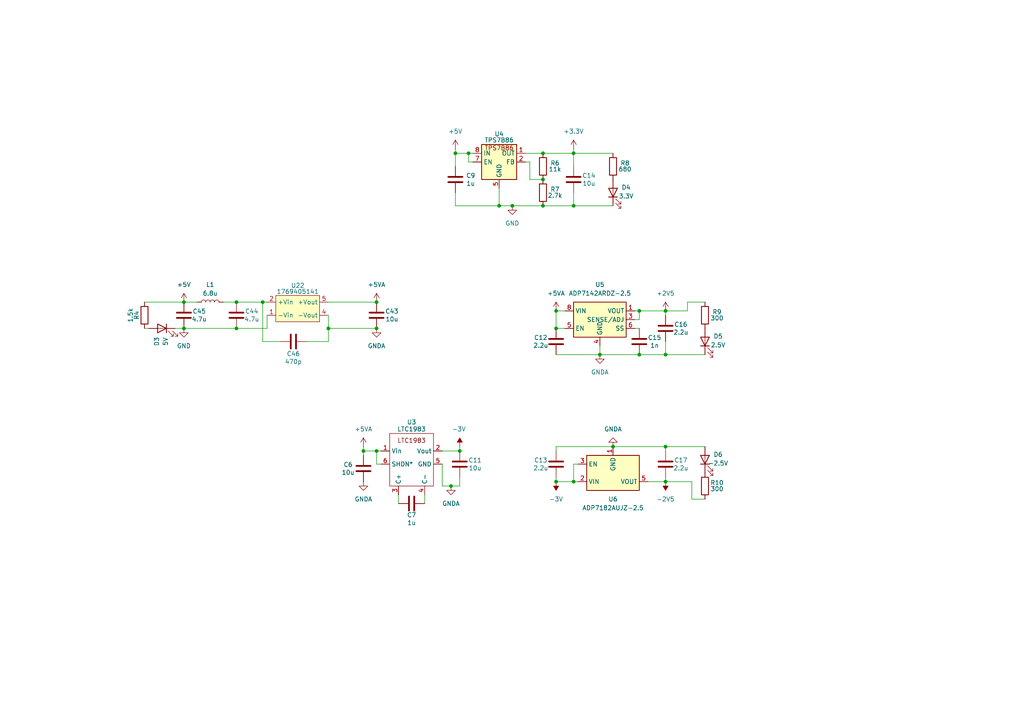
<source format=kicad_sch>
(kicad_sch (version 20231120) (generator "eeschema") (generator_version "8.0")
  (paper "A4")
  (lib_symbols
    (symbol "Device:C" (pin_numbers hide) (pin_names (offset 0.254))
      (property "Reference" "C" (at 0.635 2.54 0))
      (property "Value" "C" (at 0.635 -2.54 0))
      (symbol "C_0_1"
        (polyline (pts (xy -2.032 -0.762) (xy 2.032 -0.762)) (stroke (width 0.508)))
        (polyline (pts (xy -2.032 0.762) (xy 2.032 0.762)) (stroke (width 0.508)))
      )
      (symbol "C_1_1"
        (pin passive line (at 0 3.81 270) (length 2.794) (name "~") (number "1"))
        (pin passive line (at 0 -3.81 90) (length 2.794) (name "~") (number "2"))
      )
    )
    (symbol "Device:L" (pin_numbers hide) (pin_names (offset 1.016) hide)
      (property "Reference" "L" (at -1.27 0 90))
      (property "Value" "L" (at 1.905 0 90))
      (symbol "L_0_1"
        (arc (start 0 -2.54) (mid 0.6323 -1.905) (end 0 -1.27))
        (arc (start 0 -1.27) (mid 0.6323 -0.635) (end 0 0))
        (arc (start 0 0) (mid 0.6323 0.635) (end 0 1.27))
        (arc (start 0 1.27) (mid 0.6323 1.905) (end 0 2.54))
      )
      (symbol "L_1_1"
        (pin passive line (at 0 3.81 270) (length 1.27) (name "1") (number "1"))
        (pin passive line (at 0 -3.81 90) (length 1.27) (name "2") (number "2"))
      )
    )
    (symbol "Device:LED" (pin_numbers hide) (pin_names (offset 1.016) hide)
      (property "Reference" "D" (at 0 2.54 0))
      (property "Value" "LED" (at 0 -2.54 0))
      (symbol "LED_0_1"
        (polyline (pts (xy -1.27 -1.27) (xy -1.27 1.27)) (stroke (width 0.254)))
        (polyline (pts (xy -1.27 0) (xy 1.27 0)))
        (polyline (pts (xy 1.27 -1.27) (xy 1.27 1.27) (xy -1.27 0) (xy 1.27 -1.27)) (stroke (width 0.254)))
        (polyline (pts (xy -3.048 -0.762) (xy -4.572 -2.286) (xy -3.81 -2.286) (xy -4.572 -2.286) (xy -4.572 -1.524)))
        (polyline (pts (xy -1.778 -0.762) (xy -3.302 -2.286) (xy -2.54 -2.286) (xy -3.302 -2.286) (xy -3.302 -1.524)))
      )
      (symbol "LED_1_1"
        (pin passive line (at -3.81 0 0) (length 2.54) (name "K") (number "1"))
        (pin passive line (at 3.81 0 180) (length 2.54) (name "A") (number "2"))
      )
    )
    (symbol "Device:R" (pin_numbers hide) (pin_names (offset 0))
      (property "Reference" "R" (at 2.032 0 90))
      (property "Value" "R" (at 0 0 90))
      (symbol "R_0_1"
        (rectangle (start -1.016 -2.54) (end 1.016 2.54) (stroke (width 0.254)))
      )
      (symbol "R_1_1"
        (pin passive line (at 0 3.81 270) (length 1.27) (name "~") (number "1"))
        (pin passive line (at 0 -3.81 90) (length 1.27) (name "~") (number "2"))
      )
    )
    (symbol "Regulator_Linear:ADP7142ARDZ-2.5"
      (property "Reference" "U" (at 0 8.89 0))
      (property "Value" "ADP7142ARDZ-2.5" (at 0 6.35 0))
      (symbol "ADP7142ARDZ-2.5_0_1"
        (rectangle (start -7.62 5.08) (end 7.62 -5.08) (stroke (width 0.254)) (fill (type background)))
      )
      (symbol "ADP7142ARDZ-2.5_1_1"
        (pin power_out line (at 10.16 2.54 180) (length 2.54) (name "VOUT") (number "1"))
        (pin passive line (at 10.16 2.54 180) (length 2.54) hide (name "VOUT") (number "2"))
        (pin input line (at 10.16 0 180) (length 2.54) (name "SENSE/ADJ") (number "3"))
        (pin power_in line (at 0 -7.62 90) (length 2.54) (name "GND") (number "4"))
        (pin input line (at -10.16 -2.54 0) (length 2.54) (name "EN") (number "5"))
        (pin passive line (at 10.16 -2.54 180) (length 2.54) (name "SS") (number "6"))
        (pin passive line (at -10.16 2.54 0) (length 2.54) hide (name "VIN") (number "7"))
        (pin power_in line (at -10.16 2.54 0) (length 2.54) (name "VIN") (number "8"))
        (pin passive line (at 0 -7.62 90) (length 2.54) hide (name "GND") (number "9"))
      )
    )
    (symbol "Regulator_Linear:ADP7182AUJZ-2.5"
      (property "Reference" "U" (at 0 -7.62 0))
      (property "Value" "ADP7182AUJZ-2.5" (at 0 -6.35 0))
      (symbol "ADP7182AUJZ-2.5_0_1"
        (rectangle (start -7.62 5.08) (end 7.62 -5.08) (stroke (width 0.254)) (fill (type background)))
      )
      (symbol "ADP7182AUJZ-2.5_1_1"
        (pin power_in line (at 0 7.62 270) (length 2.54) (name "GND") (number "1"))
        (pin power_in line (at -10.16 -2.54 0) (length 2.54) (name "VIN") (number "2"))
        (pin input line (at -10.16 2.54 0) (length 2.54) (name "EN") (number "3"))
        (pin no_connect line (at 7.62 0 180) (length 2.54) hide (name "NC") (number "4"))
        (pin power_out line (at 10.16 -2.54 180) (length 2.54) (name "VOUT") (number "5"))
      )
    )
    (symbol "power:+2V5" (power) (pin_numbers hide) (pin_names (offset 0) hide)
      (property "Value" "+2V5" (at 0 3.556 0))
      (symbol "+2V5_0_1"
        (polyline (pts (xy -0.762 1.27) (xy 0 2.54)))
        (polyline (pts (xy 0 0) (xy 0 2.54)))
        (polyline (pts (xy 0 2.54) (xy 0.762 1.27)))
      )
      (symbol "+2V5_1_1"
        (pin power_in line (at 0 0 90) (length 0) (name "~") (number "1"))
      )
    )
    (symbol "power:+3.3V" (power) (pin_numbers hide) (pin_names (offset 0) hide)
      (property "Value" "+3.3V" (at 0 3.556 0))
      (symbol "+3.3V_0_1"
        (polyline (pts (xy -0.762 1.27) (xy 0 2.54)))
        (polyline (pts (xy 0 0) (xy 0 2.54)))
        (polyline (pts (xy 0 2.54) (xy 0.762 1.27)))
      )
      (symbol "+3.3V_1_1"
        (pin power_in line (at 0 0 90) (length 0) (name "~") (number "1"))
      )
    )
    (symbol "power:+5V" (power) (pin_numbers hide) (pin_names (offset 0) hide)
      (property "Value" "+5V" (at 0 3.556 0))
      (symbol "+5V_0_1"
        (polyline (pts (xy -0.762 1.27) (xy 0 2.54)))
        (polyline (pts (xy 0 0) (xy 0 2.54)))
        (polyline (pts (xy 0 2.54) (xy 0.762 1.27)))
      )
      (symbol "+5V_1_1"
        (pin power_in line (at 0 0 90) (length 0) (name "~") (number "1"))
      )
    )
    (symbol "power:+5VA" (power) (pin_numbers hide) (pin_names (offset 0) hide)
      (property "Value" "+5VA" (at 0 3.556 0))
      (symbol "+5VA_0_1"
        (polyline (pts (xy -0.762 1.27) (xy 0 2.54)))
        (polyline (pts (xy 0 0) (xy 0 2.54)))
        (polyline (pts (xy 0 2.54) (xy 0.762 1.27)))
      )
      (symbol "+5VA_1_1"
        (pin power_in line (at 0 0 90) (length 0) (name "~") (number "1"))
      )
    )
    (symbol "power:-2V5" (power) (pin_numbers hide) (pin_names (offset 0) hide)
      (property "Value" "-2V5" (at 0 3.556 0))
      (symbol "-2V5_0_0"
        (pin power_in line (at 0 0 90) (length 0) (name "~") (number "1"))
      )
      (symbol "-2V5_0_1"
        (polyline (pts (xy 0 0) (xy 0 1.27) (xy 0.762 1.27) (xy 0 2.54) (xy -0.762 1.27) (xy 0 1.27)) (fill (type outline)))
      )
    )
    (symbol "power:-3V3" (power) (pin_numbers hide) (pin_names (offset 0) hide)
      (property "Value" "-3V3" (at 0 3.556 0))
      (symbol "-3V3_0_0"
        (pin power_in line (at 0 0 90) (length 0) (name "~") (number "1"))
      )
      (symbol "-3V3_0_1"
        (polyline (pts (xy 0 0) (xy 0 1.27) (xy 0.762 1.27) (xy 0 2.54) (xy -0.762 1.27) (xy 0 1.27)) (fill (type outline)))
      )
    )
    (symbol "power:GND" (power) (pin_numbers hide) (pin_names (offset 0) hide)
      (property "Value" "GND" (at 0 -3.81 0))
      (symbol "GND_0_1"
        (polyline (pts (xy 0 0) (xy 0 -1.27) (xy 1.27 -1.27) (xy 0 -2.54) (xy -1.27 -1.27) (xy 0 -1.27)))
      )
      (symbol "GND_1_1"
        (pin power_in line (at 0 0 270) (length 0) (name "~") (number "1"))
      )
    )
    (symbol "power:GND1" (power) (pin_numbers hide) (pin_names (offset 0) hide)
      (property "Value" "GND1" (at 0 -3.81 0))
      (symbol "GND1_0_1"
        (polyline (pts (xy 0 0) (xy 0 -1.27) (xy 1.27 -1.27) (xy 0 -2.54) (xy -1.27 -1.27) (xy 0 -1.27)))
      )
      (symbol "GND1_1_1"
        (pin power_in line (at 0 0 270) (length 0) (name "~") (number "1"))
      )
    )
    (symbol "własna:1769405x41"
      (property "Reference" "U22" (at 0 2.286 0))
      (property "Value" "1769405141" (at 0 0.508 0))
      (symbol "1769405x41_1_1"
        (rectangle (start -6.35 -0.635) (end 6.35 -8.255) (fill (type background)))
        (pin input line (at -8.89 -6.35 0) (length 2.54) (name "-Vin") (number "1"))
        (pin input line (at -8.89 -2.54 0) (length 2.54) (name "+Vin") (number "2"))
        (pin input line (at 8.89 -6.35 180) (length 2.54) (name "-Vout") (number "4"))
        (pin input line (at 8.89 -2.54 180) (length 2.54) (name "+Vout") (number "5"))
        (pin no_connect line (at 0 -11.43 90) (length 2.54) hide (name "NC") (number "8"))
      )
    )
    (symbol "własna:LTC1983"
      (property "Reference" "U" (at 0 7.366 0))
      (symbol "LTC1983_1_1"
        (rectangle (start -6.35 6.35) (end 6.35 -8.89))
        (text "LTC1983" (at 0 4.318 0) (effects (font (size 1.27 1.27))))
        (pin power_in line (at -8.89 1.27 0) (length 2.54) (name "Vin") (number "1"))
        (pin power_out line (at 8.89 1.27 180) (length 2.54) (name "Vout") (number "2"))
        (pin input line (at -3.81 -11.43 90) (length 2.54) (name "C+") (number "3"))
        (pin input line (at 3.81 -11.43 90) (length 2.54) (name "C-") (number "4"))
        (pin input line (at 8.89 -2.54 180) (length 2.54) (name "GND") (number "5"))
        (pin input line (at -8.89 -2.54 0) (length 2.54) (name "SHDN*") (number "6"))
      )
    )
    (symbol "własna:TPS7B86"
      (property "Reference" "U" (at 0 0 0))
      (symbol "TPS7B86_0_1"
        (rectangle (start -5.08 -1.27) (end 5.08 -11.43) (stroke (width 0.254)) (fill (type background)))
      )
      (symbol "TPS7B86_1_1"
        (text "TPS7B86" (at 0 -2.286 0) (effects (font (size 1.27 1.27))))
        (pin power_out line (at 7.62 -3.81 180) (length 2.54) (name "OUT") (number "1"))
        (pin power_out line (at 7.62 -6.35 180) (length 2.54) (name "FB") (number "2"))
        (pin no_connect line (at 5.08 -8.89 180) (length 2.54) hide (name "NC") (number "3"))
        (pin no_connect line (at 5.08 -10.16 180) (length 2.54) hide (name "NC") (number "4"))
        (pin power_in line (at 0 -13.97 90) (length 2.54) (name "GND") (number "5"))
        (pin no_connect line (at -5.08 -10.16 0) (length 2.54) hide (name "NC") (number "6"))
        (pin input line (at -7.62 -6.35 0) (length 2.54) (name "EN") (number "7"))
        (pin power_in line (at -7.62 -3.81 0) (length 2.54) (name "IN") (number "8"))
      )
    )
  )
  (junction (at 68.58 87.63))
  (junction (at 161.29 90.17))
  (junction (at 166.37 59.69))
  (junction (at 95.25 95.25))
  (junction (at 132.08 44.45))
  (junction (at 185.42 90.17))
  (junction (at 157.48 59.69))
  (junction (at 157.48 52.07))
  (junction (at 161.29 95.25))
  (junction (at 130.81 140.97))
  (junction (at 166.37 44.45))
  (junction (at 193.04 139.7))
  (junction (at 185.42 102.87))
  (junction (at 148.59 59.69))
  (junction (at 193.04 90.17))
  (junction (at 105.41 130.81))
  (junction (at 109.22 95.25))
  (junction (at 161.29 139.7))
  (junction (at 177.8 129.54))
  (junction (at 53.34 87.63))
  (junction (at 193.04 102.87))
  (junction (at 144.78 59.69))
  (junction (at 133.35 130.81))
  (junction (at 109.22 130.81))
  (junction (at 76.2 87.63))
  (junction (at 166.37 139.7))
  (junction (at 193.04 129.54))
  (junction (at 109.22 87.63))
  (junction (at 53.34 95.25))
  (junction (at 173.99 102.87))
  (junction (at 135.89 44.45))
  (junction (at 68.58 95.25))
  (junction (at 157.48 44.45))
  (wire (pts (xy 193.04 102.87) (xy 204.47 102.87)))
  (wire (pts (xy 133.35 140.97) (xy 133.35 138.43)))
  (wire (pts (xy 200.66 144.78) (xy 204.47 144.78)))
  (wire (pts (xy 130.81 140.97) (xy 133.35 140.97)))
  (wire (pts (xy 95.25 87.63) (xy 109.22 87.63)))
  (wire (pts (xy 166.37 44.45) (xy 177.8 44.45)))
  (wire (pts (xy 64.77 87.63) (xy 68.58 87.63)))
  (wire (pts (xy 153.67 46.99) (xy 153.67 52.07)))
  (wire (pts (xy 185.42 102.87) (xy 193.04 102.87)))
  (wire (pts (xy 152.4 46.99) (xy 153.67 46.99)))
  (wire (pts (xy 166.37 59.69) (xy 177.8 59.69)))
  (wire (pts (xy 161.29 102.87) (xy 173.99 102.87)))
  (wire (pts (xy 132.08 44.45) (xy 135.89 44.45)))
  (wire (pts (xy 144.78 59.69) (xy 148.59 59.69)))
  (wire (pts (xy 184.15 92.71) (xy 185.42 92.71)))
  (wire (pts (xy 161.29 90.17) (xy 163.83 90.17)))
  (wire (pts (xy 41.91 87.63) (xy 53.34 87.63)))
  (wire (pts (xy 157.48 44.45) (xy 166.37 44.45)))
  (wire (pts (xy 193.04 99.06) (xy 193.04 102.87)))
  (wire (pts (xy 185.42 92.71) (xy 185.42 90.17)))
  (wire (pts (xy 77.47 91.44) (xy 77.47 95.25)))
  (wire (pts (xy 76.2 87.63) (xy 76.2 99.06)))
  (wire (pts (xy 200.66 139.7) (xy 200.66 144.78)))
  (wire (pts (xy 161.29 95.25) (xy 163.83 95.25)))
  (wire (pts (xy 166.37 43.18) (xy 166.37 44.45)))
  (wire (pts (xy 110.49 134.62) (xy 109.22 134.62)))
  (wire (pts (xy 132.08 44.45) (xy 132.08 48.26)))
  (wire (pts (xy 193.04 139.7) (xy 200.66 139.7)))
  (wire (pts (xy 185.42 90.17) (xy 193.04 90.17)))
  (wire (pts (xy 187.96 139.7) (xy 193.04 139.7)))
  (wire (pts (xy 135.89 46.99) (xy 137.16 46.99)))
  (wire (pts (xy 199.39 90.17) (xy 193.04 90.17)))
  (wire (pts (xy 173.99 102.87) (xy 173.99 100.33)))
  (wire (pts (xy 161.29 138.43) (xy 161.29 139.7)))
  (wire (pts (xy 167.64 134.62) (xy 166.37 134.62)))
  (wire (pts (xy 68.58 95.25) (xy 77.47 95.25)))
  (wire (pts (xy 161.29 139.7) (xy 166.37 139.7)))
  (wire (pts (xy 144.78 59.69) (xy 144.78 54.61)))
  (wire (pts (xy 76.2 99.06) (xy 81.28 99.06)))
  (wire (pts (xy 128.27 130.81) (xy 133.35 130.81)))
  (wire (pts (xy 135.89 44.45) (xy 135.89 46.99)))
  (wire (pts (xy 68.58 87.63) (xy 76.2 87.63)))
  (wire (pts (xy 161.29 95.25) (xy 161.29 90.17)))
  (wire (pts (xy 166.37 48.26) (xy 166.37 44.45)))
  (wire (pts (xy 95.25 95.25) (xy 109.22 95.25)))
  (wire (pts (xy 157.48 59.69) (xy 166.37 59.69)))
  (wire (pts (xy 43.18 95.25) (xy 41.91 95.25)))
  (wire (pts (xy 109.22 134.62) (xy 109.22 130.81)))
  (wire (pts (xy 105.41 130.81) (xy 109.22 130.81)))
  (wire (pts (xy 193.04 91.44) (xy 193.04 90.17)))
  (wire (pts (xy 177.8 129.54) (xy 161.29 129.54)))
  (wire (pts (xy 105.41 129.54) (xy 105.41 130.81)))
  (wire (pts (xy 128.27 134.62) (xy 128.27 140.97)))
  (wire (pts (xy 53.34 87.63) (xy 57.15 87.63)))
  (wire (pts (xy 53.34 95.25) (xy 68.58 95.25)))
  (wire (pts (xy 109.22 130.81) (xy 110.49 130.81)))
  (wire (pts (xy 166.37 139.7) (xy 167.64 139.7)))
  (wire (pts (xy 166.37 134.62) (xy 166.37 139.7)))
  (wire (pts (xy 173.99 102.87) (xy 185.42 102.87)))
  (wire (pts (xy 199.39 87.63) (xy 204.47 87.63)))
  (wire (pts (xy 95.25 99.06) (xy 95.25 95.25)))
  (wire (pts (xy 152.4 44.45) (xy 157.48 44.45)))
  (wire (pts (xy 166.37 59.69) (xy 166.37 55.88)))
  (wire (pts (xy 135.89 44.45) (xy 137.16 44.45)))
  (wire (pts (xy 184.15 90.17) (xy 185.42 90.17)))
  (wire (pts (xy 95.25 91.44) (xy 95.25 95.25)))
  (wire (pts (xy 153.67 52.07) (xy 157.48 52.07)))
  (wire (pts (xy 50.8 95.25) (xy 53.34 95.25)))
  (wire (pts (xy 148.59 59.69) (xy 157.48 59.69)))
  (wire (pts (xy 193.04 130.81) (xy 193.04 129.54)))
  (wire (pts (xy 184.15 95.25) (xy 185.42 95.25)))
  (wire (pts (xy 105.41 132.08) (xy 105.41 130.81)))
  (wire (pts (xy 133.35 129.54) (xy 133.35 130.81)))
  (wire (pts (xy 132.08 55.88) (xy 132.08 59.69)))
  (wire (pts (xy 132.08 59.69) (xy 144.78 59.69)))
  (wire (pts (xy 123.19 143.51) (xy 123.19 146.05)))
  (wire (pts (xy 76.2 87.63) (xy 77.47 87.63)))
  (wire (pts (xy 199.39 87.63) (xy 199.39 90.17)))
  (wire (pts (xy 193.04 129.54) (xy 204.47 129.54)))
  (wire (pts (xy 132.08 43.18) (xy 132.08 44.45)))
  (wire (pts (xy 193.04 138.43) (xy 193.04 139.7)))
  (wire (pts (xy 161.29 129.54) (xy 161.29 130.81)))
  (wire (pts (xy 128.27 140.97) (xy 130.81 140.97)))
  (wire (pts (xy 88.9 99.06) (xy 95.25 99.06)))
  (wire (pts (xy 115.57 143.51) (xy 115.57 146.05)))
  (wire (pts (xy 193.04 129.54) (xy 177.8 129.54)))
  (symbol (lib_id "Device:C") (at 193.04 134.62 0) (unit 1)
    (property "Reference" "C17" (at 197.485 133.477 0))
    (property "Value" "2.2u" (at 197.485 135.763 0))
    (property "Footprint" "Capacitor_SMD:C_0805_2012Metric_Pad1.18x1.45mm_HandSolder" (effects (hide yes)))
    (property "Description" "Unpolarized capacitor" (effects (hide yes)))
  )
  (symbol (lib_id "własna:LTC1983") (at 119.38 132.08 0) (unit 1)
    (property "Reference" "U3" (at 119.38 122.428 0))
    (property "Value" "LTC1983" (at 119.38 124.46 0))
    (property "Footprint" "Package_TO_SOT_SMD:SOT-23-6_Handsoldering" (effects (hide yes)))
  )
  (symbol (lib_id "Device:C") (at 109.22 91.44 0) (unit 1)
    (property "Reference" "C43" (at 113.665 90.297 0))
    (property "Value" "10u" (at 113.665 92.583 0))
    (property "Footprint" "Capacitor_SMD:C_0805_2012Metric_Pad1.18x1.45mm_HandSolder" (effects (hide yes)))
    (property "Description" "Unpolarized capacitor" (effects (hide yes)))
  )
  (symbol (lib_id "power:+5V") (at 132.08 43.18 0) (unit 1)
    (property "Reference" "#PWR018" (effects (hide yes)))
    (property "Value" "+5V" (at 132.08 38.1 0))
    (property "Description" "Power symbol creates a global label with name \"+5V\"" (effects (hide yes)))
  )
  (symbol (lib_id "Device:R") (at 157.48 48.26 180) (unit 1)
    (property "Reference" "R6" (at 160.9725 47.3075 0))
    (property "Value" "11k" (at 160.9725 49.0855 0))
    (property "Footprint" "Resistor_SMD:R_0805_2012Metric_Pad1.20x1.40mm_HandSolder" (effects (hide yes)))
    (property "Description" "Resistor" (effects (hide yes)))
  )
  (symbol (lib_id "power:-3V3") (at 133.35 129.54 0) (unit 1)
    (property "Reference" "#PWR021" (effects (hide yes)))
    (property "Value" "-3V" (at 133.096 124.46 0))
    (property "Description" "Power symbol creates a global label with name \"-3V3\"" (effects (hide yes)))
  )
  (symbol (lib_id "Device:LED") (at 204.47 133.35 90) (unit 1)
    (property "Reference" "D6" (at 208.28 131.826 90))
    (property "Value" "-2.5V" (at 208.28 134.366 90))
    (property "Footprint" "LED_SMD:LED_miniPLCC_2315_Handsoldering" (effects (hide yes)))
    (property "Description" "Light emitting diode" (effects (hide yes)))
  )
  (symbol (lib_id "power:+5VA") (at 161.29 90.17 0) (unit 1)
    (property "Reference" "#PWR023" (effects (hide yes)))
    (property "Value" "+5VA" (at 161.29 85.09 0))
    (property "Description" "Power symbol creates a global label with name \"+5VA\"" (effects (hide yes)))
  )
  (symbol (lib_id "Device:LED") (at 177.8 55.88 90) (unit 1)
    (property "Reference" "D4" (at 181.61 54.356 90))
    (property "Value" "3.3V" (at 181.61 56.896 90))
    (property "Footprint" "LED_SMD:LED_miniPLCC_2315_Handsoldering" (effects (hide yes)))
    (property "Description" "Light emitting diode" (effects (hide yes)))
  )
  (symbol (lib_id "Device:C") (at 105.41 135.89 0) (mirror y) (unit 1)
    (property "Reference" "C6" (at 100.965 134.747 0))
    (property "Value" "10u" (at 100.965 137.033 0))
    (property "Footprint" "Capacitor_SMD:C_0805_2012Metric_Pad1.18x1.45mm_HandSolder" (effects (hide yes)))
    (property "Description" "Unpolarized capacitor" (effects (hide yes)))
  )
  (symbol (lib_id "Device:C") (at 68.58 91.44 0) (unit 1)
    (property "Reference" "C44" (at 73.025 90.297 0))
    (property "Value" "4.7u" (at 73.025 92.583 0))
    (property "Footprint" "Capacitor_SMD:C_0805_2012Metric_Pad1.18x1.45mm_HandSolder" (effects (hide yes)))
    (property "Description" "Unpolarized capacitor" (effects (hide yes)))
  )
  (symbol (lib_id "power:GND1") (at 109.22 95.25 0) (unit 1)
    (property "Reference" "#PWR020" (effects (hide yes)))
    (property "Value" "GNDA" (at 109.22 100.33 0))
    (property "Description" "Power symbol creates a global label with name \"GND1\" , ground" (effects (hide yes)))
  )
  (symbol (lib_id "power:+5VA") (at 105.41 129.54 0) (unit 1)
    (property "Reference" "#PWR015" (effects (hide yes)))
    (property "Value" "+5VA" (at 105.41 124.46 0))
    (property "Description" "Power symbol creates a global label with name \"+5VA\"" (effects (hide yes)))
  )
  (symbol (lib_id "power:GND1") (at 105.41 139.7 0) (unit 1)
    (property "Reference" "#PWR016" (effects (hide yes)))
    (property "Value" "GNDA" (at 105.41 144.78 0))
    (property "Description" "Power symbol creates a global label with name \"GND1\" , ground" (effects (hide yes)))
  )
  (symbol (lib_id "power:GND1") (at 130.81 140.97 0) (unit 1)
    (property "Reference" "#PWR017" (effects (hide yes)))
    (property "Value" "GNDA" (at 130.81 146.05 0))
    (property "Description" "Power symbol creates a global label with name \"GND1\" , ground" (effects (hide yes)))
  )
  (symbol (lib_id "Device:R") (at 204.47 140.97 180) (unit 1)
    (property "Reference" "R10" (at 207.9625 140.0175 0))
    (property "Value" "300" (at 207.9625 141.7955 0))
    (property "Footprint" "Resistor_SMD:R_0805_2012Metric_Pad1.20x1.40mm_HandSolder" (effects (hide yes)))
    (property "Description" "Resistor" (effects (hide yes)))
  )
  (symbol (lib_id "Device:C") (at 132.08 52.07 0) (unit 1)
    (property "Reference" "C9" (at 136.525 50.927 0))
    (property "Value" "1u" (at 136.525 53.213 0))
    (property "Footprint" "Capacitor_SMD:C_0805_2012Metric_Pad1.18x1.45mm_HandSolder" (effects (hide yes)))
    (property "Description" "Unpolarized capacitor" (effects (hide yes)))
  )
  (symbol (lib_id "Device:R") (at 41.91 91.44 0) (mirror x) (unit 1)
    (property "Reference" "R4" (at 39.624 91.44 90))
    (property "Value" "1.5k" (at 37.846 91.44 90))
    (property "Footprint" "Resistor_SMD:R_0805_2012Metric_Pad1.20x1.40mm_HandSolder" (effects (hide yes)))
    (property "Description" "Resistor" (effects (hide yes)))
  )
  (symbol (lib_id "Device:R") (at 204.47 91.44 180) (unit 1)
    (property "Reference" "R9" (at 207.9625 90.4875 0))
    (property "Value" "300" (at 207.9625 92.2655 0))
    (property "Footprint" "Resistor_SMD:R_0805_2012Metric_Pad1.20x1.40mm_HandSolder" (effects (hide yes)))
    (property "Description" "Resistor" (effects (hide yes)))
  )
  (symbol (lib_id "power:+2V5") (at 193.04 90.17 0) (unit 1)
    (property "Reference" "#PWR028" (effects (hide yes)))
    (property "Value" "+2V5" (at 193.04 85.09 0))
    (property "Description" "Power symbol creates a global label with name \"+2V5\"" (effects (hide yes)))
  )
  (symbol (lib_id "Device:C") (at 185.42 99.06 0) (unit 1)
    (property "Reference" "C15" (at 189.865 97.917 0))
    (property "Value" "1n" (at 189.865 100.203 0))
    (property "Footprint" "Capacitor_SMD:C_0805_2012Metric_Pad1.18x1.45mm_HandSolder" (effects (hide yes)))
    (property "Description" "Unpolarized capacitor" (effects (hide yes)))
  )
  (symbol (lib_id "power:GND1") (at 173.99 102.87 0) (unit 1)
    (property "Reference" "#PWR026" (effects (hide yes)))
    (property "Value" "GNDA" (at 173.99 107.95 0))
    (property "Description" "Power symbol creates a global label with name \"GND1\" , ground" (effects (hide yes)))
  )
  (symbol (lib_id "power:+5VA") (at 109.22 87.63 0) (unit 1)
    (property "Reference" "#PWR019" (effects (hide yes)))
    (property "Value" "+5VA" (at 109.22 82.55 0))
    (property "Description" "Power symbol creates a global label with name \"+5VA\"" (effects (hide yes)))
  )
  (symbol (lib_id "Device:R") (at 157.48 55.88 180) (unit 1)
    (property "Reference" "R7" (at 160.9725 54.9275 0))
    (property "Value" "2.7k" (at 160.9725 56.7055 0))
    (property "Footprint" "Resistor_SMD:R_0805_2012Metric_Pad1.20x1.40mm_HandSolder" (effects (hide yes)))
    (property "Description" "Resistor" (effects (hide yes)))
  )
  (symbol (lib_id "Device:C") (at 193.04 95.25 0) (unit 1)
    (property "Reference" "C16" (at 197.485 94.107 0))
    (property "Value" "2.2u" (at 197.485 96.393 0))
    (property "Footprint" "Capacitor_SMD:C_0805_2012Metric_Pad1.18x1.45mm_HandSolder" (effects (hide yes)))
    (property "Description" "Unpolarized capacitor" (effects (hide yes)))
  )
  (symbol (lib_id "power:+3.3V") (at 166.37 43.18 0) (unit 1)
    (property "Reference" "#PWR025" (effects (hide yes)))
    (property "Value" "+3.3V" (at 166.37 38.1 0))
    (property "Description" "Power symbol creates a global label with name \"+3.3V\"" (effects (hide yes)))
  )
  (symbol (lib_id "Device:C") (at 161.29 99.06 0) (mirror y) (unit 1)
    (property "Reference" "C12" (at 156.845 97.917 0))
    (property "Value" "2.2u" (at 156.845 100.203 0))
    (property "Footprint" "Capacitor_SMD:C_0805_2012Metric_Pad1.18x1.45mm_HandSolder" (effects (hide yes)))
    (property "Description" "Unpolarized capacitor" (effects (hide yes)))
  )
  (symbol (lib_id "power:GND") (at 148.59 59.69 0) (unit 1)
    (property "Reference" "#PWR022" (effects (hide yes)))
    (property "Value" "GND" (at 148.59 64.77 0))
    (property "Description" "Power symbol creates a global label with name \"GND\" , ground" (effects (hide yes)))
  )
  (symbol (lib_id "własna:1769405x41") (at 86.36 85.09 0) (unit 1)
    (property "Reference" "U22" (at 86.36 82.804 0))
    (property "Value" "1769405141" (at 86.36 84.582 0))
    (property "Footprint" "Library:dcdc" (effects (hide yes)))
  )
  (symbol (lib_id "power:+5V") (at 53.34 87.63 0) (unit 1)
    (property "Reference" "#PWR013" (effects (hide yes)))
    (property "Value" "+5V" (at 53.34 82.55 0))
    (property "Description" "Power symbol creates a global label with name \"+5V\"" (effects (hide yes)))
  )
  (symbol (lib_id "Device:C") (at 53.34 91.44 0) (unit 1)
    (property "Reference" "C45" (at 57.785 90.297 0))
    (property "Value" "4.7u" (at 57.785 92.583 0))
    (property "Footprint" "Capacitor_SMD:C_0805_2012Metric_Pad1.18x1.45mm_HandSolder" (effects (hide yes)))
    (property "Description" "Unpolarized capacitor" (effects (hide yes)))
  )
  (symbol (lib_id "Device:C") (at 133.35 134.62 0) (unit 1)
    (property "Reference" "C11" (at 137.795 133.477 0))
    (property "Value" "10u" (at 137.795 135.763 0))
    (property "Footprint" "Capacitor_SMD:C_0805_2012Metric_Pad1.18x1.45mm_HandSolder" (effects (hide yes)))
    (property "Description" "Unpolarized capacitor" (effects (hide yes)))
  )
  (symbol (lib_id "Regulator_Linear:ADP7182AUJZ-2.5") (at 177.8 137.16 0) (unit 1)
    (property "Reference" "U6" (at 177.8 144.78 0))
    (property "Value" "ADP7182AUJZ-2.5" (at 177.8 147.32 0))
    (property "Footprint" "Package_TO_SOT_SMD:TSOT-23-5" (effects (hide yes)))
    (property "Datasheet" "https://www.analog.com/media/en/technical-documentation/data-sheets/ADP7182.pdf" (effects (hide yes)))
    (property "Description" "200mA, Low Noise, CMOS Low Dropout Regulator, Negative, -2.5V Fixed Output, TSOT-23-5" (effects (hide yes)))
  )
  (symbol (lib_id "power:-3V3") (at 161.29 139.7 180) (unit 1)
    (property "Reference" "#PWR024" (effects (hide yes)))
    (property "Value" "-3V" (at 161.29 144.78 0))
    (property "Description" "Power symbol creates a global label with name \"-3V3\"" (effects (hide yes)))
  )
  (symbol (lib_id "Regulator_Linear:ADP7142ARDZ-2.5") (at 173.99 92.71 0) (unit 1)
    (property "Reference" "U5" (at 173.99 82.55 0))
    (property "Value" "ADP7142ARDZ-2.5" (at 173.99 85.09 0))
    (property "Footprint" "Package_SO:SOIC-8-1EP_3.9x4.9mm_P1.27mm_EP2.29x3mm" (effects (hide yes)))
    (property "Datasheet" "https://www.analog.com/media/en/technical-documentation/data-sheets/ADP7142.pdf" (effects (hide yes)))
    (property "Description" "200mA, Low Noise, CMOS Low Dropout Regulator, Positive, 2.5V Fixed Output, SOIC-8" (effects (hide yes)))
  )
  (symbol (lib_id "Device:L") (at 60.96 87.63 90) (unit 1)
    (property "Reference" "L1" (at 60.96 82.55 90))
    (property "Value" "6.8u" (at 60.96 85.09 90))
    (property "Footprint" "Inductor_SMD:L_Wuerth_WE-PD2-Typ-MS" (effects (hide yes)))
    (property "Description" "Inductor" (effects (hide yes)))
  )
  (symbol (lib_id "power:GND1") (at 177.8 129.54 180) (unit 1)
    (property "Reference" "#PWR027" (effects (hide yes)))
    (property "Value" "GNDA" (at 177.8 124.46 0))
    (property "Description" "Power symbol creates a global label with name \"GND1\" , ground" (effects (hide yes)))
  )
  (symbol (lib_id "Device:C") (at 161.29 134.62 0) (mirror y) (unit 1)
    (property "Reference" "C13" (at 156.845 133.477 0))
    (property "Value" "2.2u" (at 156.845 135.763 0))
    (property "Footprint" "Capacitor_SMD:C_0805_2012Metric_Pad1.18x1.45mm_HandSolder" (effects (hide yes)))
    (property "Description" "Unpolarized capacitor" (effects (hide yes)))
  )
  (symbol (lib_id "Device:LED") (at 204.47 99.06 90) (unit 1)
    (property "Reference" "D5" (at 208.28 97.536 90))
    (property "Value" "2.5V" (at 208.28 100.076 90))
    (property "Footprint" "LED_SMD:LED_miniPLCC_2315_Handsoldering" (effects (hide yes)))
    (property "Description" "Light emitting diode" (effects (hide yes)))
  )
  (symbol (lib_id "Device:C") (at 85.09 99.06 90) (unit 1)
    (property "Reference" "C46" (at 85.09 102.616 90))
    (property "Value" "470p" (at 85.09 104.902 90))
    (property "Footprint" "Capacitor_SMD:C_0805_2012Metric_Pad1.18x1.45mm_HandSolder" (effects (hide yes)))
    (property "Description" "Unpolarized capacitor" (effects (hide yes)))
  )
  (symbol (lib_id "power:GND") (at 53.34 95.25 0) (unit 1)
    (property "Reference" "#PWR014" (effects (hide yes)))
    (property "Value" "GND" (at 53.34 100.33 0))
    (property "Description" "Power symbol creates a global label with name \"GND\" , ground" (effects (hide yes)))
  )
  (symbol (lib_id "własna:TPS7B86") (at 144.78 40.64 0) (unit 1)
    (property "Reference" "U4" (at 144.78 38.862 0))
    (property "Value" "TPS7B86" (at 144.78 40.64 0))
    (property "Footprint" "Package_SO:SOIC-8-1EP_3.9x4.9mm_P1.27mm_EP2.514x3.2mm_ThermalVias" (effects (hide yes)))
  )
  (symbol (lib_id "Device:R") (at 177.8 48.26 180) (unit 1)
    (property "Reference" "R8" (at 181.2925 47.3075 0))
    (property "Value" "680" (at 181.2925 49.0855 0))
    (property "Footprint" "Resistor_SMD:R_0805_2012Metric_Pad1.20x1.40mm_HandSolder" (effects (hide yes)))
    (property "Description" "Resistor" (effects (hide yes)))
  )
  (symbol (lib_id "power:-2V5") (at 193.04 139.7 180) (unit 1)
    (property "Reference" "#PWR029" (effects (hide yes)))
    (property "Value" "-2V5" (at 193.04 144.78 0))
    (property "Description" "Power symbol creates a global label with name \"-2V5\"" (effects (hide yes)))
  )
  (symbol (lib_id "Device:C") (at 119.38 146.05 270) (unit 1)
    (property "Reference" "C7" (at 119.38 149.352 90))
    (property "Value" "1u" (at 119.38 151.638 90))
    (property "Footprint" "Capacitor_SMD:C_0805_2012Metric_Pad1.18x1.45mm_HandSolder" (effects (hide yes)))
    (property "Description" "Unpolarized capacitor" (effects (hide yes)))
  )
  (symbol (lib_id "Device:C") (at 166.37 52.07 0) (unit 1)
    (property "Reference" "C14" (at 170.815 50.927 0))
    (property "Value" "10u" (at 170.815 53.213 0))
    (property "Footprint" "Capacitor_SMD:C_0805_2012Metric_Pad1.18x1.45mm_HandSolder" (effects (hide yes)))
    (property "Description" "Unpolarized capacitor" (effects (hide yes)))
  )
  (symbol (lib_id "Device:LED") (at 46.99 95.25 0) (mirror y) (unit 1)
    (property "Reference" "D3" (at 45.466 99.06 90))
    (property "Value" "5V" (at 48.006 99.06 90))
    (property "Footprint" "LED_SMD:LED_miniPLCC_2315_Handsoldering" (effects (hide yes)))
    (property "Description" "Light emitting diode" (effects (hide yes)))
  )
)
</source>
